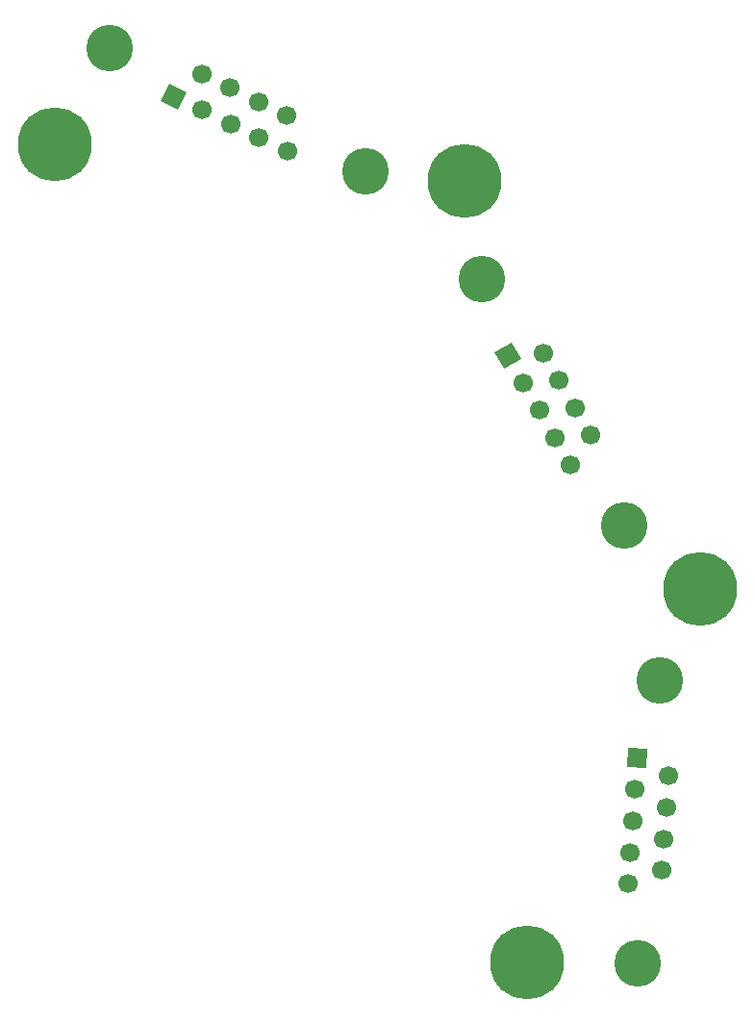
<source format=gbr>
%TF.GenerationSoftware,KiCad,Pcbnew,5.1.6*%
%TF.CreationDate,2020-09-25T18:31:25+02:00*%
%TF.ProjectId,Base-Interconnect,42617365-2d49-46e7-9465-72636f6e6e65,rev?*%
%TF.SameCoordinates,Original*%
%TF.FileFunction,Soldermask,Bot*%
%TF.FilePolarity,Negative*%
%FSLAX46Y46*%
G04 Gerber Fmt 4.6, Leading zero omitted, Abs format (unit mm)*
G04 Created by KiCad (PCBNEW 5.1.6) date 2020-09-25 18:31:25*
%MOMM*%
%LPD*%
G01*
G04 APERTURE LIST*
%ADD10C,0.900000*%
%ADD11C,6.500000*%
%ADD12C,4.100000*%
%ADD13C,1.700000*%
%ADD14C,0.100000*%
G04 APERTURE END LIST*
D10*
%TO.C,H4*%
X204984156Y-115521744D03*
X203287100Y-114818800D03*
X201590044Y-115521744D03*
X200887100Y-117218800D03*
X201590044Y-118915856D03*
X203287100Y-119618800D03*
X204984156Y-118915856D03*
X205687100Y-117218800D03*
D11*
X203287100Y-117218800D03*
%TD*%
D10*
%TO.C,H3*%
X220250856Y-82682844D03*
X218553800Y-81979900D03*
X216856744Y-82682844D03*
X216153800Y-84379900D03*
X216856744Y-86076956D03*
X218553800Y-86779900D03*
X220250856Y-86076956D03*
X220953800Y-84379900D03*
D11*
X218553800Y-84379900D03*
%TD*%
D10*
%TO.C,H2*%
X199501356Y-46743644D03*
X197804300Y-46040700D03*
X196107244Y-46743644D03*
X195404300Y-48440700D03*
X196107244Y-50137756D03*
X197804300Y-50840700D03*
X199501356Y-50137756D03*
X200204300Y-48440700D03*
D11*
X197804300Y-48440700D03*
%TD*%
D12*
%TO.C,J3*%
X214947293Y-92384639D03*
X213072825Y-117314267D03*
D13*
X215114525Y-109099227D03*
X215322216Y-106337024D03*
X215529907Y-103574822D03*
X215737598Y-100812619D03*
X212178674Y-110267389D03*
X212386365Y-107505186D03*
X212594056Y-104742983D03*
X212801747Y-101980781D03*
D14*
G36*
X213793313Y-100129917D02*
G01*
X212098099Y-100002453D01*
X212225563Y-98307239D01*
X213920777Y-98434703D01*
X213793313Y-100129917D01*
G37*
%TD*%
D12*
%TO.C,J2*%
X199343189Y-57077982D03*
X211843189Y-78728618D03*
D13*
X208900445Y-70791636D03*
X207515445Y-68392745D03*
X206130445Y-65993855D03*
X204745445Y-63594964D03*
X207133433Y-73411081D03*
X205748433Y-71012190D03*
X204363433Y-68613300D03*
X202978433Y-66214410D03*
D14*
G36*
X202754555Y-64126641D02*
G01*
X201282311Y-64976641D01*
X200432311Y-63504397D01*
X201904555Y-62654397D01*
X202754555Y-64126641D01*
G37*
%TD*%
D12*
%TO.C,J1*%
X166541813Y-36720241D03*
X189068738Y-47561718D03*
D13*
X182165046Y-42663303D03*
X179669063Y-41462068D03*
X177173080Y-40260832D03*
X174677096Y-39059596D03*
X182181446Y-45822980D03*
X179685463Y-44621744D03*
X177189480Y-43420509D03*
X174693496Y-42219273D03*
D14*
G36*
X173332039Y-40620732D02*
G01*
X172594818Y-42152563D01*
X171062987Y-41415342D01*
X171800208Y-39883511D01*
X173332039Y-40620732D01*
G37*
%TD*%
D10*
%TO.C,H1*%
X163428656Y-43545544D03*
X161731600Y-42842600D03*
X160034544Y-43545544D03*
X159331600Y-45242600D03*
X160034544Y-46939656D03*
X161731600Y-47642600D03*
X163428656Y-46939656D03*
X164131600Y-45242600D03*
D11*
X161731600Y-45242600D03*
%TD*%
M02*

</source>
